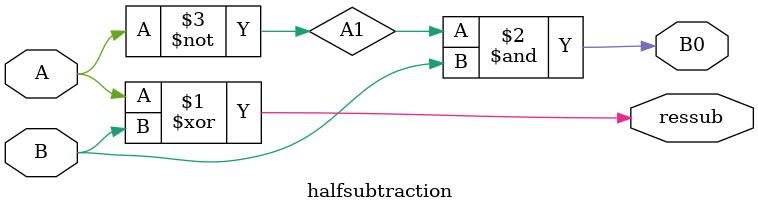
<source format=v>
module halfsubtraction(ressub,B0,A,B);
input A,B;
output ressub,B0;
wire A1;

xor resof(ressub,A,B);
not resNot(A1,A);
and resEnd(B0,A1,B);

endmodule
</source>
